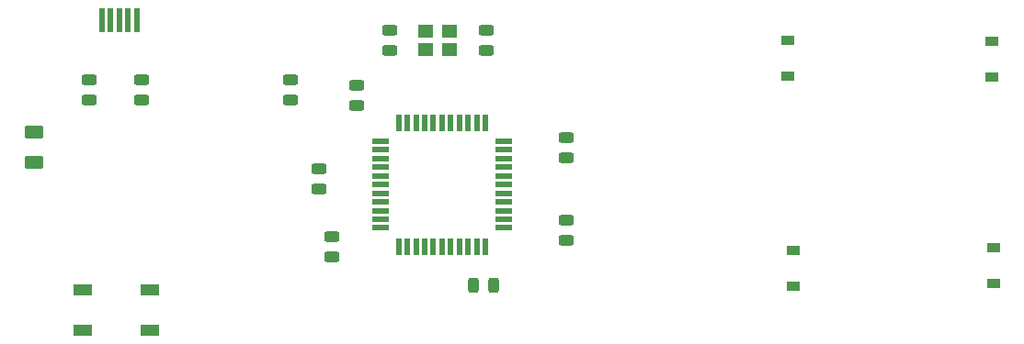
<source format=gbp>
G04 #@! TF.GenerationSoftware,KiCad,Pcbnew,8.0.4*
G04 #@! TF.CreationDate,2024-09-01T14:25:38-06:00*
G04 #@! TF.ProjectId,keyboard-pcb-mk1,6b657962-6f61-4726-942d-7063622d6d6b,rev?*
G04 #@! TF.SameCoordinates,Original*
G04 #@! TF.FileFunction,Paste,Bot*
G04 #@! TF.FilePolarity,Positive*
%FSLAX46Y46*%
G04 Gerber Fmt 4.6, Leading zero omitted, Abs format (unit mm)*
G04 Created by KiCad (PCBNEW 8.0.4) date 2024-09-01 14:25:38*
%MOMM*%
%LPD*%
G01*
G04 APERTURE LIST*
G04 Aperture macros list*
%AMRoundRect*
0 Rectangle with rounded corners*
0 $1 Rounding radius*
0 $2 $3 $4 $5 $6 $7 $8 $9 X,Y pos of 4 corners*
0 Add a 4 corners polygon primitive as box body*
4,1,4,$2,$3,$4,$5,$6,$7,$8,$9,$2,$3,0*
0 Add four circle primitives for the rounded corners*
1,1,$1+$1,$2,$3*
1,1,$1+$1,$4,$5*
1,1,$1+$1,$6,$7*
1,1,$1+$1,$8,$9*
0 Add four rect primitives between the rounded corners*
20,1,$1+$1,$2,$3,$4,$5,0*
20,1,$1+$1,$4,$5,$6,$7,0*
20,1,$1+$1,$6,$7,$8,$9,0*
20,1,$1+$1,$8,$9,$2,$3,0*%
G04 Aperture macros list end*
%ADD10RoundRect,0.243750X0.243750X0.456250X-0.243750X0.456250X-0.243750X-0.456250X0.243750X-0.456250X0*%
%ADD11RoundRect,0.243750X0.456250X-0.243750X0.456250X0.243750X-0.456250X0.243750X-0.456250X-0.243750X0*%
%ADD12RoundRect,0.243750X-0.456250X0.243750X-0.456250X-0.243750X0.456250X-0.243750X0.456250X0.243750X0*%
%ADD13R,1.200000X0.900000*%
%ADD14R,1.500000X0.550000*%
%ADD15R,0.550000X1.500000*%
%ADD16R,1.400000X1.200000*%
%ADD17R,0.500000X2.250000*%
%ADD18R,1.800000X1.100000*%
%ADD19RoundRect,0.250000X0.625000X-0.375000X0.625000X0.375000X-0.625000X0.375000X-0.625000X-0.375000X0*%
G04 APERTURE END LIST*
D10*
X132498500Y-127659000D03*
X130623500Y-127659000D03*
D11*
X119877000Y-111070500D03*
X119877000Y-109195500D03*
X139181000Y-115896500D03*
X139181000Y-114021500D03*
D12*
X131815000Y-104115500D03*
X131815000Y-105990500D03*
D11*
X122925000Y-105990500D03*
X122925000Y-104115500D03*
D12*
X116448000Y-116942500D03*
X116448000Y-118817500D03*
D13*
X178424000Y-108481000D03*
X178424000Y-105181000D03*
X178551000Y-127531000D03*
X178551000Y-124231000D03*
D11*
X139181000Y-123516500D03*
X139181000Y-121641500D03*
D14*
X122051000Y-122388000D03*
X122051000Y-121588000D03*
X122051000Y-120788000D03*
X122051000Y-119988000D03*
X122051000Y-119188000D03*
X122051000Y-118388000D03*
X122051000Y-117588000D03*
X122051000Y-116788000D03*
X122051000Y-115988000D03*
X122051000Y-115188000D03*
X122051000Y-114388000D03*
D15*
X123751000Y-112688000D03*
X124551000Y-112688000D03*
X125351000Y-112688000D03*
X126151000Y-112688000D03*
X126951000Y-112688000D03*
X127751000Y-112688000D03*
X128551000Y-112688000D03*
X129351000Y-112688000D03*
X130151000Y-112688000D03*
X130951000Y-112688000D03*
X131751000Y-112688000D03*
D14*
X133451000Y-114388000D03*
X133451000Y-115188000D03*
X133451000Y-115988000D03*
X133451000Y-116788000D03*
X133451000Y-117588000D03*
X133451000Y-118388000D03*
X133451000Y-119188000D03*
X133451000Y-119988000D03*
X133451000Y-120788000D03*
X133451000Y-121588000D03*
X133451000Y-122388000D03*
D15*
X131751000Y-124088000D03*
X130951000Y-124088000D03*
X130151000Y-124088000D03*
X129351000Y-124088000D03*
X128551000Y-124088000D03*
X127751000Y-124088000D03*
X126951000Y-124088000D03*
X126151000Y-124088000D03*
X125351000Y-124088000D03*
X124551000Y-124088000D03*
X123751000Y-124088000D03*
D16*
X128470000Y-105903000D03*
X126270000Y-105903000D03*
X126270000Y-104203000D03*
X128470000Y-104203000D03*
D11*
X100065000Y-110562500D03*
X100065000Y-108687500D03*
D17*
X99633000Y-103203000D03*
X98833000Y-103203000D03*
X98033000Y-103203000D03*
X97233000Y-103203000D03*
X96433000Y-103203000D03*
D11*
X113781000Y-110562500D03*
X113781000Y-108687500D03*
D18*
X94679000Y-131795000D03*
X100879000Y-128095000D03*
X94679000Y-128095000D03*
X100879000Y-131795000D03*
D11*
X95239000Y-110562500D03*
X95239000Y-108687500D03*
D12*
X117591000Y-123165500D03*
X117591000Y-125040500D03*
D19*
X90159000Y-116359000D03*
X90159000Y-113559000D03*
D13*
X160136000Y-127785000D03*
X160136000Y-124485000D03*
X159628000Y-108354000D03*
X159628000Y-105054000D03*
M02*

</source>
